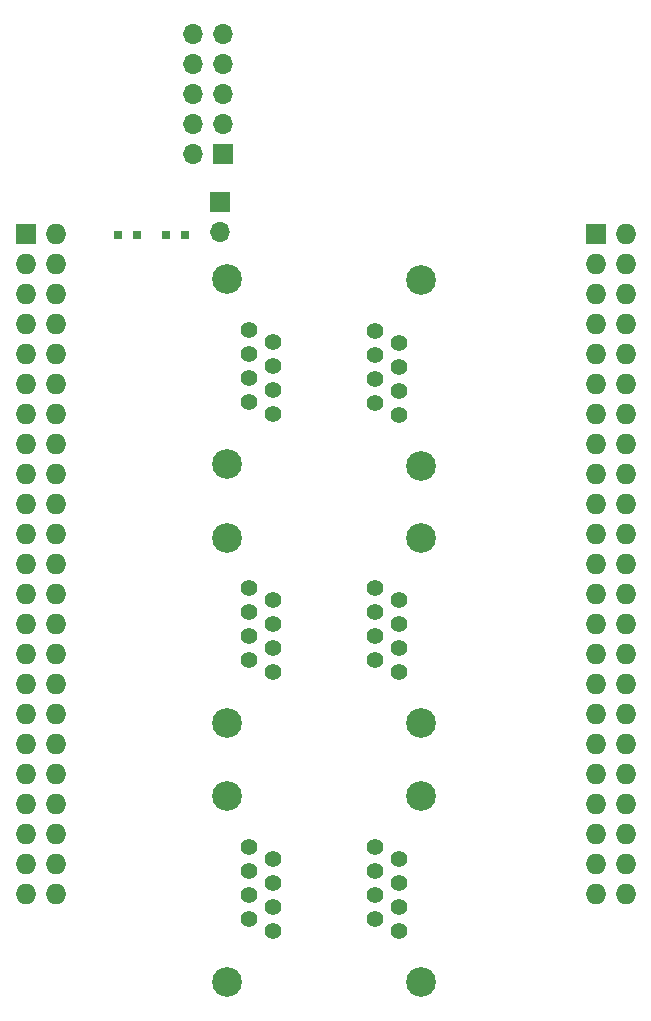
<source format=gbr>
G04 #@! TF.FileFunction,Soldermask,Top*
%FSLAX46Y46*%
G04 Gerber Fmt 4.6, Leading zero omitted, Abs format (unit mm)*
G04 Created by KiCad (PCBNEW 4.0.7-e2-6376~58~ubuntu16.04.1) date Fri Jun  1 10:41:47 2018*
%MOMM*%
%LPD*%
G01*
G04 APERTURE LIST*
%ADD10C,0.100000*%
%ADD11R,1.700000X1.700000*%
%ADD12O,1.700000X1.700000*%
%ADD13R,1.727200X1.727200*%
%ADD14O,1.727200X1.727200*%
%ADD15R,0.800000X0.800000*%
%ADD16C,1.422400*%
%ADD17C,2.514600*%
G04 APERTURE END LIST*
D10*
D11*
X132842000Y-59690000D03*
D12*
X132842000Y-62230000D03*
D13*
X164630098Y-62382400D03*
D14*
X167170098Y-62382400D03*
X164630098Y-64922400D03*
X167170098Y-64922400D03*
X164630098Y-67462400D03*
X167170098Y-67462400D03*
X164630098Y-70002400D03*
X167170098Y-70002400D03*
X164630098Y-72542400D03*
X167170098Y-72542400D03*
X164630098Y-75082400D03*
X167170098Y-75082400D03*
X164630098Y-77622400D03*
X167170098Y-77622400D03*
X164630098Y-80162400D03*
X167170098Y-80162400D03*
X164630098Y-82702400D03*
X167170098Y-82702400D03*
X164630098Y-85242400D03*
X167170098Y-85242400D03*
X164630098Y-87782400D03*
X167170098Y-87782400D03*
X164630098Y-90322400D03*
X167170098Y-90322400D03*
X164630098Y-92862400D03*
X167170098Y-92862400D03*
X164630098Y-95402400D03*
X167170098Y-95402400D03*
X164630098Y-97942400D03*
X167170098Y-97942400D03*
X164630098Y-100482400D03*
X167170098Y-100482400D03*
X164630098Y-103022400D03*
X167170098Y-103022400D03*
X164630098Y-105562400D03*
X167170098Y-105562400D03*
X164630098Y-108102400D03*
X167170098Y-108102400D03*
X164630098Y-110642400D03*
X167170098Y-110642400D03*
X164630098Y-113182400D03*
X167170098Y-113182400D03*
X164630098Y-115722400D03*
X167170098Y-115722400D03*
X164630098Y-118262400D03*
X167170098Y-118262400D03*
D13*
X116370100Y-62382400D03*
D14*
X118910100Y-62382400D03*
X116370100Y-64922400D03*
X118910100Y-64922400D03*
X116370100Y-67462400D03*
X118910100Y-67462400D03*
X116370100Y-70002400D03*
X118910100Y-70002400D03*
X116370100Y-72542400D03*
X118910100Y-72542400D03*
X116370100Y-75082400D03*
X118910100Y-75082400D03*
X116370100Y-77622400D03*
X118910100Y-77622400D03*
X116370100Y-80162400D03*
X118910100Y-80162400D03*
X116370100Y-82702400D03*
X118910100Y-82702400D03*
X116370100Y-85242400D03*
X118910100Y-85242400D03*
X116370100Y-87782400D03*
X118910100Y-87782400D03*
X116370100Y-90322400D03*
X118910100Y-90322400D03*
X116370100Y-92862400D03*
X118910100Y-92862400D03*
X116370100Y-95402400D03*
X118910100Y-95402400D03*
X116370100Y-97942400D03*
X118910100Y-97942400D03*
X116370100Y-100482400D03*
X118910100Y-100482400D03*
X116370100Y-103022400D03*
X118910100Y-103022400D03*
X116370100Y-105562400D03*
X118910100Y-105562400D03*
X116370100Y-108102400D03*
X118910100Y-108102400D03*
X116370100Y-110642400D03*
X118910100Y-110642400D03*
X116370100Y-113182400D03*
X118910100Y-113182400D03*
X116370100Y-115722400D03*
X118910100Y-115722400D03*
X116370100Y-118262400D03*
X118910100Y-118262400D03*
D15*
X125768000Y-62484000D03*
X124168000Y-62484000D03*
X129870000Y-62484000D03*
X128270000Y-62484000D03*
D16*
X135255000Y-74549000D03*
X135255000Y-72517000D03*
X135255000Y-70485000D03*
X137287000Y-71501000D03*
X137287000Y-73533000D03*
X137287000Y-75565000D03*
X137287000Y-77597000D03*
X135255000Y-76581000D03*
D17*
X133400800Y-66192400D03*
X133400800Y-81889600D03*
D16*
X135255000Y-96456500D03*
X135255000Y-94424500D03*
X135255000Y-92392500D03*
X137287000Y-93408500D03*
X137287000Y-95440500D03*
X137287000Y-97472500D03*
X137287000Y-99504500D03*
X135255000Y-98488500D03*
D17*
X133400800Y-88099900D03*
X133400800Y-103797100D03*
D16*
X135255000Y-118364000D03*
X135255000Y-116332000D03*
X135255000Y-114300000D03*
X137287000Y-115316000D03*
X137287000Y-117348000D03*
X137287000Y-119380000D03*
X137287000Y-121412000D03*
X135255000Y-120396000D03*
D17*
X133400800Y-110007400D03*
X133400800Y-125704600D03*
D16*
X147955000Y-73660000D03*
X147955000Y-75692000D03*
X147955000Y-77724000D03*
X145923000Y-76708000D03*
X145923000Y-74676000D03*
X145923000Y-72644000D03*
X145923000Y-70612000D03*
X147955000Y-71628000D03*
D17*
X149809200Y-82016600D03*
X149809200Y-66319400D03*
D16*
X147955000Y-95440500D03*
X147955000Y-97472500D03*
X147955000Y-99504500D03*
X145923000Y-98488500D03*
X145923000Y-96456500D03*
X145923000Y-94424500D03*
X145923000Y-92392500D03*
X147955000Y-93408500D03*
D17*
X149809200Y-103797100D03*
X149809200Y-88099900D03*
D16*
X147955000Y-117348000D03*
X147955000Y-119380000D03*
X147955000Y-121412000D03*
X145923000Y-120396000D03*
X145923000Y-118364000D03*
X145923000Y-116332000D03*
X145923000Y-114300000D03*
X147955000Y-115316000D03*
D17*
X149809200Y-125704600D03*
X149809200Y-110007400D03*
D11*
X133096000Y-55626000D03*
D12*
X130556000Y-55626000D03*
X133096000Y-53086000D03*
X130556000Y-53086000D03*
X133096000Y-50546000D03*
X130556000Y-50546000D03*
X133096000Y-48006000D03*
X130556000Y-48006000D03*
X133096000Y-45466000D03*
X130556000Y-45466000D03*
M02*

</source>
